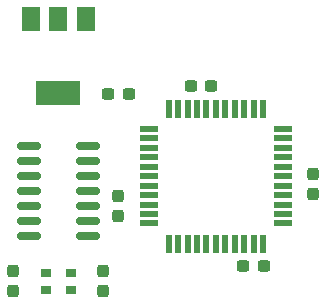
<source format=gbr>
%TF.GenerationSoftware,KiCad,Pcbnew,(6.0.6-0)*%
%TF.CreationDate,2023-01-24T02:47:04+09:00*%
%TF.ProjectId,AD1868I2S,41443138-3638-4493-9253-2e6b69636164,rev?*%
%TF.SameCoordinates,Original*%
%TF.FileFunction,Paste,Top*%
%TF.FilePolarity,Positive*%
%FSLAX46Y46*%
G04 Gerber Fmt 4.6, Leading zero omitted, Abs format (unit mm)*
G04 Created by KiCad (PCBNEW (6.0.6-0)) date 2023-01-24 02:47:04*
%MOMM*%
%LPD*%
G01*
G04 APERTURE LIST*
G04 Aperture macros list*
%AMRoundRect*
0 Rectangle with rounded corners*
0 $1 Rounding radius*
0 $2 $3 $4 $5 $6 $7 $8 $9 X,Y pos of 4 corners*
0 Add a 4 corners polygon primitive as box body*
4,1,4,$2,$3,$4,$5,$6,$7,$8,$9,$2,$3,0*
0 Add four circle primitives for the rounded corners*
1,1,$1+$1,$2,$3*
1,1,$1+$1,$4,$5*
1,1,$1+$1,$6,$7*
1,1,$1+$1,$8,$9*
0 Add four rect primitives between the rounded corners*
20,1,$1+$1,$2,$3,$4,$5,0*
20,1,$1+$1,$4,$5,$6,$7,0*
20,1,$1+$1,$6,$7,$8,$9,0*
20,1,$1+$1,$8,$9,$2,$3,0*%
G04 Aperture macros list end*
%ADD10RoundRect,0.237500X-0.237500X0.300000X-0.237500X-0.300000X0.237500X-0.300000X0.237500X0.300000X0*%
%ADD11RoundRect,0.237500X-0.300000X-0.237500X0.300000X-0.237500X0.300000X0.237500X-0.300000X0.237500X0*%
%ADD12R,0.550000X1.500000*%
%ADD13R,1.500000X0.550000*%
%ADD14RoundRect,0.237500X0.300000X0.237500X-0.300000X0.237500X-0.300000X-0.237500X0.300000X-0.237500X0*%
%ADD15R,0.900000X0.650000*%
%ADD16R,1.500000X2.000000*%
%ADD17R,3.800000X2.000000*%
%ADD18RoundRect,0.237500X0.237500X-0.300000X0.237500X0.300000X-0.237500X0.300000X-0.237500X-0.300000X0*%
%ADD19RoundRect,0.150000X-0.825000X-0.150000X0.825000X-0.150000X0.825000X0.150000X-0.825000X0.150000X0*%
G04 APERTURE END LIST*
D10*
%TO.C,C2*%
X84455000Y-104547500D03*
X84455000Y-106272500D03*
%TD*%
D11*
%TO.C,C6*%
X83592500Y-95885000D03*
X85317500Y-95885000D03*
%TD*%
D12*
%TO.C,U1*%
X88710000Y-108570000D03*
X89510000Y-108570000D03*
X90310000Y-108570000D03*
X91110000Y-108570000D03*
X91910000Y-108570000D03*
X92710000Y-108570000D03*
X93510000Y-108570000D03*
X94310000Y-108570000D03*
X95110000Y-108570000D03*
X95910000Y-108570000D03*
X96710000Y-108570000D03*
D13*
X98410000Y-106870000D03*
X98410000Y-106070000D03*
X98410000Y-105270000D03*
X98410000Y-104470000D03*
X98410000Y-103670000D03*
X98410000Y-102870000D03*
X98410000Y-102070000D03*
X98410000Y-101270000D03*
X98410000Y-100470000D03*
X98410000Y-99670000D03*
X98410000Y-98870000D03*
D12*
X96710000Y-97170000D03*
X95910000Y-97170000D03*
X95110000Y-97170000D03*
X94310000Y-97170000D03*
X93510000Y-97170000D03*
X92710000Y-97170000D03*
X91910000Y-97170000D03*
X91110000Y-97170000D03*
X90310000Y-97170000D03*
X89510000Y-97170000D03*
X88710000Y-97170000D03*
D13*
X87010000Y-98870000D03*
X87010000Y-99670000D03*
X87010000Y-100470000D03*
X87010000Y-101270000D03*
X87010000Y-102070000D03*
X87010000Y-102870000D03*
X87010000Y-103670000D03*
X87010000Y-104470000D03*
X87010000Y-105270000D03*
X87010000Y-106070000D03*
X87010000Y-106870000D03*
%TD*%
D14*
%TO.C,C3*%
X92302500Y-95250000D03*
X90577500Y-95250000D03*
%TD*%
D11*
%TO.C,C1*%
X95022500Y-110490000D03*
X96747500Y-110490000D03*
%TD*%
D15*
%TO.C,X1*%
X80425000Y-111035000D03*
X78325000Y-111035000D03*
X78325000Y-112485000D03*
X80425000Y-112485000D03*
%TD*%
D16*
%TO.C,U2*%
X81675000Y-89560000D03*
X79375000Y-89560000D03*
D17*
X79375000Y-95860000D03*
D16*
X77075000Y-89560000D03*
%TD*%
D18*
%TO.C,C7*%
X83185000Y-112622500D03*
X83185000Y-110897500D03*
%TD*%
%TO.C,C5*%
X75565000Y-112622500D03*
X75565000Y-110897500D03*
%TD*%
D10*
%TO.C,C4*%
X100965000Y-102642500D03*
X100965000Y-104367500D03*
%TD*%
D19*
%TO.C,U3*%
X76900000Y-100330000D03*
X76900000Y-101600000D03*
X76900000Y-102870000D03*
X76900000Y-104140000D03*
X76900000Y-105410000D03*
X76900000Y-106680000D03*
X76900000Y-107950000D03*
X81850000Y-107950000D03*
X81850000Y-106680000D03*
X81850000Y-105410000D03*
X81850000Y-104140000D03*
X81850000Y-102870000D03*
X81850000Y-101600000D03*
X81850000Y-100330000D03*
%TD*%
M02*

</source>
